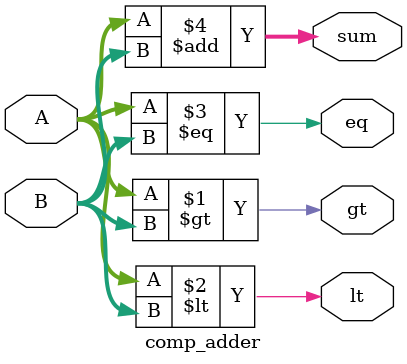
<source format=v>
module comp_adder #(
    parameter WIDTH = 8
)(
    input  wire [WIDTH-1:0] A,
    input  wire [WIDTH-1:0] B,
    output wire gt,
    output wire lt,
    output wire eq,
    output wire [WIDTH:0] sum
);

    // Comparator logic
    assign gt = (A > B);
    assign lt = (A < B);
    assign eq = (A == B);

    // Adder logic
    assign sum = A + B;

endmodule

</source>
